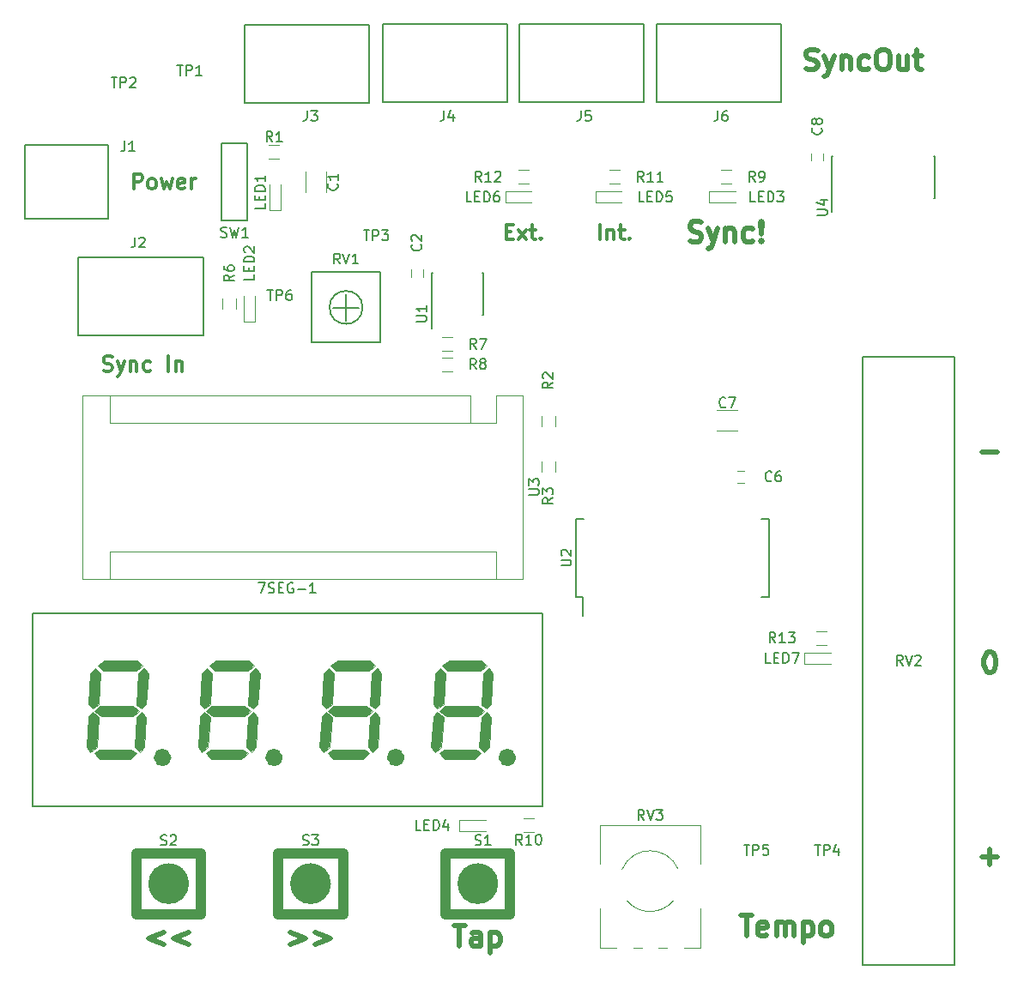
<source format=gto>
G04 #@! TF.GenerationSoftware,KiCad,Pcbnew,5.1.5*
G04 #@! TF.CreationDate,2019-12-29T16:55:21+09:00*
G04 #@! TF.ProjectId,Sync-chan,53796e63-2d63-4686-916e-2e6b69636164,rev?*
G04 #@! TF.SameCoordinates,Original*
G04 #@! TF.FileFunction,Legend,Top*
G04 #@! TF.FilePolarity,Positive*
%FSLAX46Y46*%
G04 Gerber Fmt 4.6, Leading zero omitted, Abs format (unit mm)*
G04 Created by KiCad (PCBNEW 5.1.5) date 2019-12-29 16:55:21*
%MOMM*%
%LPD*%
G04 APERTURE LIST*
%ADD10C,0.375000*%
%ADD11C,0.500000*%
%ADD12C,0.300000*%
%ADD13C,0.120000*%
%ADD14C,1.000000*%
%ADD15C,2.000000*%
%ADD16C,0.150000*%
%ADD17C,0.200000*%
%ADD18C,0.100000*%
G04 APERTURE END LIST*
D10*
X116535714Y-69178571D02*
X116535714Y-67678571D01*
X117107142Y-67678571D01*
X117250000Y-67750000D01*
X117321428Y-67821428D01*
X117392857Y-67964285D01*
X117392857Y-68178571D01*
X117321428Y-68321428D01*
X117250000Y-68392857D01*
X117107142Y-68464285D01*
X116535714Y-68464285D01*
X118250000Y-69178571D02*
X118107142Y-69107142D01*
X118035714Y-69035714D01*
X117964285Y-68892857D01*
X117964285Y-68464285D01*
X118035714Y-68321428D01*
X118107142Y-68250000D01*
X118250000Y-68178571D01*
X118464285Y-68178571D01*
X118607142Y-68250000D01*
X118678571Y-68321428D01*
X118750000Y-68464285D01*
X118750000Y-68892857D01*
X118678571Y-69035714D01*
X118607142Y-69107142D01*
X118464285Y-69178571D01*
X118250000Y-69178571D01*
X119250000Y-68178571D02*
X119535714Y-69178571D01*
X119821428Y-68464285D01*
X120107142Y-69178571D01*
X120392857Y-68178571D01*
X121535714Y-69107142D02*
X121392857Y-69178571D01*
X121107142Y-69178571D01*
X120964285Y-69107142D01*
X120892857Y-68964285D01*
X120892857Y-68392857D01*
X120964285Y-68250000D01*
X121107142Y-68178571D01*
X121392857Y-68178571D01*
X121535714Y-68250000D01*
X121607142Y-68392857D01*
X121607142Y-68535714D01*
X120892857Y-68678571D01*
X122250000Y-69178571D02*
X122250000Y-68178571D01*
X122250000Y-68464285D02*
X122321428Y-68321428D01*
X122392857Y-68250000D01*
X122535714Y-68178571D01*
X122678571Y-68178571D01*
X113571428Y-87107142D02*
X113785714Y-87178571D01*
X114142857Y-87178571D01*
X114285714Y-87107142D01*
X114357142Y-87035714D01*
X114428571Y-86892857D01*
X114428571Y-86750000D01*
X114357142Y-86607142D01*
X114285714Y-86535714D01*
X114142857Y-86464285D01*
X113857142Y-86392857D01*
X113714285Y-86321428D01*
X113642857Y-86250000D01*
X113571428Y-86107142D01*
X113571428Y-85964285D01*
X113642857Y-85821428D01*
X113714285Y-85750000D01*
X113857142Y-85678571D01*
X114214285Y-85678571D01*
X114428571Y-85750000D01*
X114928571Y-86178571D02*
X115285714Y-87178571D01*
X115642857Y-86178571D02*
X115285714Y-87178571D01*
X115142857Y-87535714D01*
X115071428Y-87607142D01*
X114928571Y-87678571D01*
X116214285Y-86178571D02*
X116214285Y-87178571D01*
X116214285Y-86321428D02*
X116285714Y-86250000D01*
X116428571Y-86178571D01*
X116642857Y-86178571D01*
X116785714Y-86250000D01*
X116857142Y-86392857D01*
X116857142Y-87178571D01*
X118214285Y-87107142D02*
X118071428Y-87178571D01*
X117785714Y-87178571D01*
X117642857Y-87107142D01*
X117571428Y-87035714D01*
X117500000Y-86892857D01*
X117500000Y-86464285D01*
X117571428Y-86321428D01*
X117642857Y-86250000D01*
X117785714Y-86178571D01*
X118071428Y-86178571D01*
X118214285Y-86250000D01*
X120000000Y-87178571D02*
X120000000Y-85678571D01*
X120714285Y-86178571D02*
X120714285Y-87178571D01*
X120714285Y-86321428D02*
X120785714Y-86250000D01*
X120928571Y-86178571D01*
X121142857Y-86178571D01*
X121285714Y-86250000D01*
X121357142Y-86392857D01*
X121357142Y-87178571D01*
D11*
X182880952Y-57309523D02*
X183166666Y-57404761D01*
X183642857Y-57404761D01*
X183833333Y-57309523D01*
X183928571Y-57214285D01*
X184023809Y-57023809D01*
X184023809Y-56833333D01*
X183928571Y-56642857D01*
X183833333Y-56547619D01*
X183642857Y-56452380D01*
X183261904Y-56357142D01*
X183071428Y-56261904D01*
X182976190Y-56166666D01*
X182880952Y-55976190D01*
X182880952Y-55785714D01*
X182976190Y-55595238D01*
X183071428Y-55500000D01*
X183261904Y-55404761D01*
X183738095Y-55404761D01*
X184023809Y-55500000D01*
X184690476Y-56071428D02*
X185166666Y-57404761D01*
X185642857Y-56071428D02*
X185166666Y-57404761D01*
X184976190Y-57880952D01*
X184880952Y-57976190D01*
X184690476Y-58071428D01*
X186404761Y-56071428D02*
X186404761Y-57404761D01*
X186404761Y-56261904D02*
X186500000Y-56166666D01*
X186690476Y-56071428D01*
X186976190Y-56071428D01*
X187166666Y-56166666D01*
X187261904Y-56357142D01*
X187261904Y-57404761D01*
X189071428Y-57309523D02*
X188880952Y-57404761D01*
X188500000Y-57404761D01*
X188309523Y-57309523D01*
X188214285Y-57214285D01*
X188119047Y-57023809D01*
X188119047Y-56452380D01*
X188214285Y-56261904D01*
X188309523Y-56166666D01*
X188500000Y-56071428D01*
X188880952Y-56071428D01*
X189071428Y-56166666D01*
X190309523Y-55404761D02*
X190690476Y-55404761D01*
X190880952Y-55500000D01*
X191071428Y-55690476D01*
X191166666Y-56071428D01*
X191166666Y-56738095D01*
X191071428Y-57119047D01*
X190880952Y-57309523D01*
X190690476Y-57404761D01*
X190309523Y-57404761D01*
X190119047Y-57309523D01*
X189928571Y-57119047D01*
X189833333Y-56738095D01*
X189833333Y-56071428D01*
X189928571Y-55690476D01*
X190119047Y-55500000D01*
X190309523Y-55404761D01*
X192880952Y-56071428D02*
X192880952Y-57404761D01*
X192023809Y-56071428D02*
X192023809Y-57119047D01*
X192119047Y-57309523D01*
X192309523Y-57404761D01*
X192595238Y-57404761D01*
X192785714Y-57309523D01*
X192880952Y-57214285D01*
X193547619Y-56071428D02*
X194309523Y-56071428D01*
X193833333Y-55404761D02*
X193833333Y-57119047D01*
X193928571Y-57309523D01*
X194119047Y-57404761D01*
X194309523Y-57404761D01*
X171428571Y-74309523D02*
X171714285Y-74404761D01*
X172190476Y-74404761D01*
X172380952Y-74309523D01*
X172476190Y-74214285D01*
X172571428Y-74023809D01*
X172571428Y-73833333D01*
X172476190Y-73642857D01*
X172380952Y-73547619D01*
X172190476Y-73452380D01*
X171809523Y-73357142D01*
X171619047Y-73261904D01*
X171523809Y-73166666D01*
X171428571Y-72976190D01*
X171428571Y-72785714D01*
X171523809Y-72595238D01*
X171619047Y-72500000D01*
X171809523Y-72404761D01*
X172285714Y-72404761D01*
X172571428Y-72500000D01*
X173238095Y-73071428D02*
X173714285Y-74404761D01*
X174190476Y-73071428D02*
X173714285Y-74404761D01*
X173523809Y-74880952D01*
X173428571Y-74976190D01*
X173238095Y-75071428D01*
X174952380Y-73071428D02*
X174952380Y-74404761D01*
X174952380Y-73261904D02*
X175047619Y-73166666D01*
X175238095Y-73071428D01*
X175523809Y-73071428D01*
X175714285Y-73166666D01*
X175809523Y-73357142D01*
X175809523Y-74404761D01*
X177619047Y-74309523D02*
X177428571Y-74404761D01*
X177047619Y-74404761D01*
X176857142Y-74309523D01*
X176761904Y-74214285D01*
X176666666Y-74023809D01*
X176666666Y-73452380D01*
X176761904Y-73261904D01*
X176857142Y-73166666D01*
X177047619Y-73071428D01*
X177428571Y-73071428D01*
X177619047Y-73166666D01*
X178476190Y-74214285D02*
X178571428Y-74309523D01*
X178476190Y-74404761D01*
X178380952Y-74309523D01*
X178476190Y-74214285D01*
X178476190Y-74404761D01*
X178476190Y-73642857D02*
X178380952Y-72500000D01*
X178476190Y-72404761D01*
X178571428Y-72500000D01*
X178476190Y-73642857D01*
X178476190Y-72404761D01*
D12*
X153285714Y-73392857D02*
X153785714Y-73392857D01*
X154000000Y-74178571D02*
X153285714Y-74178571D01*
X153285714Y-72678571D01*
X154000000Y-72678571D01*
X154500000Y-74178571D02*
X155285714Y-73178571D01*
X154500000Y-73178571D02*
X155285714Y-74178571D01*
X155642857Y-73178571D02*
X156214285Y-73178571D01*
X155857142Y-72678571D02*
X155857142Y-73964285D01*
X155928571Y-74107142D01*
X156071428Y-74178571D01*
X156214285Y-74178571D01*
X156714285Y-74035714D02*
X156785714Y-74107142D01*
X156714285Y-74178571D01*
X156642857Y-74107142D01*
X156714285Y-74035714D01*
X156714285Y-74178571D01*
X162535714Y-74178571D02*
X162535714Y-72678571D01*
X163250000Y-73178571D02*
X163250000Y-74178571D01*
X163250000Y-73321428D02*
X163321428Y-73250000D01*
X163464285Y-73178571D01*
X163678571Y-73178571D01*
X163821428Y-73250000D01*
X163892857Y-73392857D01*
X163892857Y-74178571D01*
X164392857Y-73178571D02*
X164964285Y-73178571D01*
X164607142Y-72678571D02*
X164607142Y-73964285D01*
X164678571Y-74107142D01*
X164821428Y-74178571D01*
X164964285Y-74178571D01*
X165464285Y-74035714D02*
X165535714Y-74107142D01*
X165464285Y-74178571D01*
X165392857Y-74107142D01*
X165464285Y-74035714D01*
X165464285Y-74178571D01*
D11*
X200238095Y-95142857D02*
X201761904Y-95142857D01*
X200904761Y-114904761D02*
X201095238Y-114904761D01*
X201285714Y-115000000D01*
X201380952Y-115095238D01*
X201476190Y-115285714D01*
X201571428Y-115666666D01*
X201571428Y-116142857D01*
X201476190Y-116523809D01*
X201380952Y-116714285D01*
X201285714Y-116809523D01*
X201095238Y-116904761D01*
X200904761Y-116904761D01*
X200714285Y-116809523D01*
X200619047Y-116714285D01*
X200523809Y-116523809D01*
X200428571Y-116142857D01*
X200428571Y-115666666D01*
X200523809Y-115285714D01*
X200619047Y-115095238D01*
X200714285Y-115000000D01*
X200904761Y-114904761D01*
X200238095Y-135142857D02*
X201761904Y-135142857D01*
X201000000Y-135904761D02*
X201000000Y-134380952D01*
X176428571Y-140904761D02*
X177571428Y-140904761D01*
X177000000Y-142904761D02*
X177000000Y-140904761D01*
X179000000Y-142809523D02*
X178809523Y-142904761D01*
X178428571Y-142904761D01*
X178238095Y-142809523D01*
X178142857Y-142619047D01*
X178142857Y-141857142D01*
X178238095Y-141666666D01*
X178428571Y-141571428D01*
X178809523Y-141571428D01*
X179000000Y-141666666D01*
X179095238Y-141857142D01*
X179095238Y-142047619D01*
X178142857Y-142238095D01*
X179952380Y-142904761D02*
X179952380Y-141571428D01*
X179952380Y-141761904D02*
X180047619Y-141666666D01*
X180238095Y-141571428D01*
X180523809Y-141571428D01*
X180714285Y-141666666D01*
X180809523Y-141857142D01*
X180809523Y-142904761D01*
X180809523Y-141857142D02*
X180904761Y-141666666D01*
X181095238Y-141571428D01*
X181380952Y-141571428D01*
X181571428Y-141666666D01*
X181666666Y-141857142D01*
X181666666Y-142904761D01*
X182619047Y-141571428D02*
X182619047Y-143571428D01*
X182619047Y-141666666D02*
X182809523Y-141571428D01*
X183190476Y-141571428D01*
X183380952Y-141666666D01*
X183476190Y-141761904D01*
X183571428Y-141952380D01*
X183571428Y-142523809D01*
X183476190Y-142714285D01*
X183380952Y-142809523D01*
X183190476Y-142904761D01*
X182809523Y-142904761D01*
X182619047Y-142809523D01*
X184714285Y-142904761D02*
X184523809Y-142809523D01*
X184428571Y-142714285D01*
X184333333Y-142523809D01*
X184333333Y-141952380D01*
X184428571Y-141761904D01*
X184523809Y-141666666D01*
X184714285Y-141571428D01*
X185000000Y-141571428D01*
X185190476Y-141666666D01*
X185285714Y-141761904D01*
X185380952Y-141952380D01*
X185380952Y-142523809D01*
X185285714Y-142714285D01*
X185190476Y-142809523D01*
X185000000Y-142904761D01*
X184714285Y-142904761D01*
X148119047Y-141904761D02*
X149261904Y-141904761D01*
X148690476Y-143904761D02*
X148690476Y-141904761D01*
X150785714Y-143904761D02*
X150785714Y-142857142D01*
X150690476Y-142666666D01*
X150500000Y-142571428D01*
X150119047Y-142571428D01*
X149928571Y-142666666D01*
X150785714Y-143809523D02*
X150595238Y-143904761D01*
X150119047Y-143904761D01*
X149928571Y-143809523D01*
X149833333Y-143619047D01*
X149833333Y-143428571D01*
X149928571Y-143238095D01*
X150119047Y-143142857D01*
X150595238Y-143142857D01*
X150785714Y-143047619D01*
X151738095Y-142571428D02*
X151738095Y-144571428D01*
X151738095Y-142666666D02*
X151928571Y-142571428D01*
X152309523Y-142571428D01*
X152500000Y-142666666D01*
X152595238Y-142761904D01*
X152690476Y-142952380D01*
X152690476Y-143523809D01*
X152595238Y-143714285D01*
X152500000Y-143809523D01*
X152309523Y-143904761D01*
X151928571Y-143904761D01*
X151738095Y-143809523D01*
X132000000Y-142571428D02*
X133523809Y-143142857D01*
X132000000Y-143714285D01*
X134476190Y-142571428D02*
X136000000Y-143142857D01*
X134476190Y-143714285D01*
X119523809Y-142571428D02*
X118000000Y-143142857D01*
X119523809Y-143714285D01*
X122000000Y-142571428D02*
X120476190Y-143142857D01*
X122000000Y-143714285D01*
D13*
X154940000Y-107640000D02*
X154940000Y-89600000D01*
X111500000Y-107640000D02*
X154940000Y-107640000D01*
X111500000Y-89600000D02*
X111500000Y-107640000D01*
X114170000Y-92270000D02*
X114170000Y-89600000D01*
X149730000Y-92270000D02*
X114170000Y-92270000D01*
X149730000Y-92270000D02*
X149730000Y-89600000D01*
X114170000Y-104970000D02*
X114170000Y-107640000D01*
X152270000Y-104970000D02*
X114170000Y-104970000D01*
X152270000Y-104970000D02*
X152270000Y-107640000D01*
X154940000Y-89600000D02*
X152270000Y-89600000D01*
X149730000Y-89600000D02*
X111500000Y-89600000D01*
X152270000Y-92270000D02*
X152270000Y-89600000D01*
X149730000Y-92270000D02*
X152270000Y-92270000D01*
X156770000Y-92600000D02*
X156770000Y-91600000D01*
X158130000Y-91600000D02*
X158130000Y-92600000D01*
X148700000Y-131450000D02*
X148700000Y-132550000D01*
X148700000Y-132550000D02*
X151300000Y-132550000D01*
X148700000Y-131450000D02*
X151300000Y-131450000D01*
X162100000Y-69450000D02*
X164700000Y-69450000D01*
X162100000Y-70550000D02*
X164700000Y-70550000D01*
X162100000Y-69450000D02*
X162100000Y-70550000D01*
X153200000Y-69450000D02*
X153200000Y-70550000D01*
X153200000Y-70550000D02*
X155800000Y-70550000D01*
X153200000Y-69450000D02*
X155800000Y-69450000D01*
D14*
X147300000Y-134750000D02*
X147300000Y-137750000D01*
X153700000Y-134750000D02*
X147300000Y-134750000D01*
X153700000Y-140800000D02*
X153700000Y-134750000D01*
X147300000Y-140800000D02*
X153700000Y-140800000D01*
X147300000Y-137750000D02*
X147300000Y-140800000D01*
D15*
X151500000Y-137750000D02*
G75*
G03X151500000Y-137750000I-1000000J0D01*
G01*
X121000000Y-137750000D02*
G75*
G03X121000000Y-137750000I-1000000J0D01*
G01*
D14*
X116800000Y-137750000D02*
X116800000Y-140800000D01*
X116800000Y-140800000D02*
X123200000Y-140800000D01*
X123200000Y-140800000D02*
X123200000Y-134750000D01*
X123200000Y-134750000D02*
X116800000Y-134750000D01*
X116800000Y-134750000D02*
X116800000Y-137750000D01*
D15*
X135000000Y-137750000D02*
G75*
G03X135000000Y-137750000I-1000000J0D01*
G01*
D14*
X130800000Y-137750000D02*
X130800000Y-140800000D01*
X130800000Y-140800000D02*
X137200000Y-140800000D01*
X137200000Y-140800000D02*
X137200000Y-134750000D01*
X137200000Y-134750000D02*
X130800000Y-134750000D01*
X130800000Y-134750000D02*
X130800000Y-137750000D01*
D13*
X133480000Y-67500000D02*
X133480000Y-69500000D01*
X135520000Y-69500000D02*
X135520000Y-67500000D01*
X145100000Y-77150000D02*
X145100000Y-77850000D01*
X143900000Y-77850000D02*
X143900000Y-77150000D01*
X176100000Y-97000000D02*
X176800000Y-97000000D01*
X176800000Y-98200000D02*
X176100000Y-98200000D01*
X176100000Y-91030000D02*
X174100000Y-91030000D01*
X174100000Y-93070000D02*
X176100000Y-93070000D01*
X183400000Y-66350000D02*
X183400000Y-65650000D01*
X184600000Y-65650000D02*
X184600000Y-66350000D01*
D16*
X114000000Y-68500000D02*
X114000000Y-64850000D01*
X114000000Y-68500000D02*
X114000000Y-72150000D01*
X114000000Y-72150000D02*
X105850000Y-72150000D01*
X105850000Y-72150000D02*
X105850000Y-64840000D01*
X105850000Y-64840000D02*
X114000000Y-64840000D01*
X111100000Y-83600000D02*
X111100000Y-75900000D01*
X123400000Y-83600000D02*
X111100000Y-83600000D01*
X123400000Y-75900000D02*
X123400000Y-83600000D01*
X111100000Y-75900000D02*
X123400000Y-75900000D01*
X127510000Y-52950000D02*
X139810000Y-52950000D01*
X139810000Y-52950000D02*
X139810000Y-60650000D01*
X139810000Y-60650000D02*
X127510000Y-60650000D01*
X127510000Y-60650000D02*
X127510000Y-52950000D01*
X141100000Y-52900000D02*
X153400000Y-52900000D01*
X153400000Y-52900000D02*
X153400000Y-60600000D01*
X153400000Y-60600000D02*
X141100000Y-60600000D01*
X141100000Y-60600000D02*
X141100000Y-52900000D01*
X154600000Y-60600000D02*
X154600000Y-52900000D01*
X166900000Y-60600000D02*
X154600000Y-60600000D01*
X166900000Y-52900000D02*
X166900000Y-60600000D01*
X154600000Y-52900000D02*
X166900000Y-52900000D01*
X168100000Y-52900000D02*
X180400000Y-52900000D01*
X180400000Y-52900000D02*
X180400000Y-60600000D01*
X180400000Y-60600000D02*
X168100000Y-60600000D01*
X168100000Y-60600000D02*
X168100000Y-52900000D01*
D13*
X129950000Y-71300000D02*
X131050000Y-71300000D01*
X131050000Y-71300000D02*
X131050000Y-68700000D01*
X129950000Y-71300000D02*
X129950000Y-68700000D01*
X127450000Y-82300000D02*
X127450000Y-79700000D01*
X128550000Y-82300000D02*
X128550000Y-79700000D01*
X127450000Y-82300000D02*
X128550000Y-82300000D01*
X173300000Y-69450000D02*
X175900000Y-69450000D01*
X173300000Y-70550000D02*
X175900000Y-70550000D01*
X173300000Y-69450000D02*
X173300000Y-70550000D01*
X182700000Y-114950000D02*
X182700000Y-116050000D01*
X182700000Y-116050000D02*
X185300000Y-116050000D01*
X182700000Y-114950000D02*
X185300000Y-114950000D01*
X130900000Y-66180000D02*
X129900000Y-66180000D01*
X129900000Y-64820000D02*
X130900000Y-64820000D01*
X156770000Y-97100000D02*
X156770000Y-96100000D01*
X158130000Y-96100000D02*
X158130000Y-97100000D01*
X125320000Y-81000000D02*
X125320000Y-80000000D01*
X126680000Y-80000000D02*
X126680000Y-81000000D01*
X147000000Y-83820000D02*
X148000000Y-83820000D01*
X148000000Y-85180000D02*
X147000000Y-85180000D01*
X148000000Y-87180000D02*
X147000000Y-87180000D01*
X147000000Y-85820000D02*
X148000000Y-85820000D01*
X174500000Y-67320000D02*
X175500000Y-67320000D01*
X175500000Y-68680000D02*
X174500000Y-68680000D01*
X155000000Y-131320000D02*
X156000000Y-131320000D01*
X156000000Y-132680000D02*
X155000000Y-132680000D01*
X164500000Y-68680000D02*
X163500000Y-68680000D01*
X163500000Y-67320000D02*
X164500000Y-67320000D01*
X154500000Y-67320000D02*
X155500000Y-67320000D01*
X155500000Y-68680000D02*
X154500000Y-68680000D01*
X183900000Y-112820000D02*
X184900000Y-112820000D01*
X184900000Y-114180000D02*
X183900000Y-114180000D01*
D16*
X193000000Y-145750000D02*
X197500000Y-145750000D01*
X197500000Y-145750000D02*
X197500000Y-85750000D01*
X197500000Y-85750000D02*
X188500000Y-85750000D01*
X188500000Y-85750000D02*
X188500000Y-145750000D01*
X188500000Y-145750000D02*
X193000000Y-145750000D01*
D13*
X164737568Y-136328018D02*
G75*
G02X170262000Y-136327000I2762432J-1171982D01*
G01*
X169797753Y-139428295D02*
G75*
G02X165202000Y-139428000I-2297753J1928295D01*
G01*
X162539000Y-144060000D02*
X162539000Y-140194000D01*
X162539000Y-135805000D02*
X162539000Y-131940000D01*
X172460000Y-144060000D02*
X172460000Y-140194000D01*
X172460000Y-135805000D02*
X172460000Y-131940000D01*
X162539000Y-144060000D02*
X164175000Y-144060000D01*
X165825000Y-144060000D02*
X166675000Y-144060000D01*
X168325000Y-144060000D02*
X169175000Y-144060000D01*
X170825000Y-144060000D02*
X172460000Y-144060000D01*
X162539000Y-131940000D02*
X172460000Y-131940000D01*
D16*
X125230000Y-64690000D02*
X127770000Y-64690000D01*
X127770000Y-64690000D02*
X127770000Y-72310000D01*
X127770000Y-72310000D02*
X125230000Y-72310000D01*
X125230000Y-72310000D02*
X125230000Y-64690000D01*
X145975000Y-81575000D02*
X145975000Y-82975000D01*
X151075000Y-81575000D02*
X151075000Y-77425000D01*
X145925000Y-81575000D02*
X145925000Y-77425000D01*
X151075000Y-81575000D02*
X150930000Y-81575000D01*
X151075000Y-77425000D02*
X150930000Y-77425000D01*
X145925000Y-77425000D02*
X146070000Y-77425000D01*
X145925000Y-81575000D02*
X145975000Y-81575000D01*
X185450000Y-70075000D02*
X185450000Y-71450000D01*
X195575000Y-70075000D02*
X195575000Y-65925000D01*
X185425000Y-70075000D02*
X185425000Y-65925000D01*
X195575000Y-70075000D02*
X195470000Y-70075000D01*
X195575000Y-65925000D02*
X195470000Y-65925000D01*
X185425000Y-65925000D02*
X185530000Y-65925000D01*
X185425000Y-70075000D02*
X185450000Y-70075000D01*
D17*
X140900000Y-84300000D02*
X140900000Y-77400000D01*
X140900000Y-77400000D02*
X134100000Y-77400000D01*
X134100000Y-77400000D02*
X134100000Y-84300000D01*
X134100000Y-84300000D02*
X140900000Y-84300000D01*
D16*
X139127882Y-80872118D02*
G75*
G03X139127882Y-80872118I-1627882J0D01*
G01*
X136200000Y-80900000D02*
X138800000Y-80900000D01*
X137500000Y-79600000D02*
X137500000Y-82200000D01*
X131700000Y-130100000D02*
X156850000Y-130100000D01*
X156850000Y-130100000D02*
X156850000Y-111100000D01*
X156850000Y-111100000D02*
X106550000Y-111100000D01*
X106550000Y-111100000D02*
X106550000Y-130100000D01*
X106550000Y-130100000D02*
X131700000Y-130100000D01*
D18*
G36*
X118000000Y-117000000D02*
G01*
X117600000Y-116500000D01*
X117000000Y-117000000D01*
X116850000Y-120100000D01*
X117350000Y-120500000D01*
X117800000Y-120000000D01*
X118000000Y-117000000D01*
G37*
X118000000Y-117000000D02*
X117600000Y-116500000D01*
X117000000Y-117000000D01*
X116850000Y-120100000D01*
X117350000Y-120500000D01*
X117800000Y-120000000D01*
X118000000Y-117000000D01*
G36*
X113300000Y-120200000D02*
G01*
X112700000Y-120700000D01*
X113400000Y-121200000D01*
X116500000Y-121200000D01*
X117100000Y-120700000D01*
X116500000Y-120200000D01*
X113300000Y-120200000D01*
G37*
X113300000Y-120200000D02*
X112700000Y-120700000D01*
X113400000Y-121200000D01*
X116500000Y-121200000D01*
X117100000Y-120700000D01*
X116500000Y-120200000D01*
X113300000Y-120200000D01*
G36*
X113200000Y-124500000D02*
G01*
X112700000Y-124900000D01*
X113200000Y-125500000D01*
X116200000Y-125500000D01*
X116800000Y-124900000D01*
X116350000Y-124500000D01*
X113200000Y-124500000D01*
G37*
X113200000Y-124500000D02*
X112700000Y-124900000D01*
X113200000Y-125500000D01*
X116200000Y-125500000D01*
X116800000Y-124900000D01*
X116350000Y-124500000D01*
X113200000Y-124500000D01*
G36*
X113700000Y-115700000D02*
G01*
X113000000Y-116200000D01*
X113500000Y-116700000D01*
X116800000Y-116700000D01*
X117400000Y-116200000D01*
X116900000Y-115700000D01*
X113700000Y-115700000D01*
G37*
X113700000Y-115700000D02*
X113000000Y-116200000D01*
X113500000Y-116700000D01*
X116800000Y-116700000D01*
X117400000Y-116200000D01*
X116900000Y-115700000D01*
X113700000Y-115700000D01*
G36*
X116650000Y-124300000D02*
G01*
X117150000Y-124800000D01*
X117600000Y-124300000D01*
X117800000Y-121300000D01*
X117350000Y-120800000D01*
X116850000Y-121300000D01*
X116650000Y-124300000D01*
G37*
X116650000Y-124300000D02*
X117150000Y-124800000D01*
X117600000Y-124300000D01*
X117800000Y-121300000D01*
X117350000Y-120800000D01*
X116850000Y-121300000D01*
X116650000Y-124300000D01*
G36*
X111900000Y-124300000D02*
G01*
X112300000Y-124800000D01*
X112900000Y-124300000D01*
X113100000Y-121300000D01*
X112500000Y-120800000D01*
X112100000Y-121300000D01*
X111900000Y-124300000D01*
G37*
X111900000Y-124300000D02*
X112300000Y-124800000D01*
X112900000Y-124300000D01*
X113100000Y-121300000D01*
X112500000Y-120800000D01*
X112100000Y-121300000D01*
X111900000Y-124300000D01*
D14*
X119760555Y-125300000D02*
G75*
G03X119760555Y-125300000I-360555J0D01*
G01*
D18*
G36*
X112100000Y-120000000D02*
G01*
X112500000Y-120500000D01*
X113100000Y-120000000D01*
X113300000Y-117000000D01*
X112800000Y-116500000D01*
X112300000Y-117000000D01*
X112100000Y-120000000D01*
G37*
X112100000Y-120000000D02*
X112500000Y-120500000D01*
X113100000Y-120000000D01*
X113300000Y-117000000D01*
X112800000Y-116500000D01*
X112300000Y-117000000D01*
X112100000Y-120000000D01*
G36*
X129000000Y-117000000D02*
G01*
X128600000Y-116500000D01*
X128000000Y-117000000D01*
X127850000Y-120100000D01*
X128350000Y-120500000D01*
X128800000Y-120000000D01*
X129000000Y-117000000D01*
G37*
X129000000Y-117000000D02*
X128600000Y-116500000D01*
X128000000Y-117000000D01*
X127850000Y-120100000D01*
X128350000Y-120500000D01*
X128800000Y-120000000D01*
X129000000Y-117000000D01*
G36*
X124300000Y-120200000D02*
G01*
X123700000Y-120700000D01*
X124400000Y-121200000D01*
X127500000Y-121200000D01*
X128100000Y-120700000D01*
X127500000Y-120200000D01*
X124300000Y-120200000D01*
G37*
X124300000Y-120200000D02*
X123700000Y-120700000D01*
X124400000Y-121200000D01*
X127500000Y-121200000D01*
X128100000Y-120700000D01*
X127500000Y-120200000D01*
X124300000Y-120200000D01*
G36*
X124200000Y-124500000D02*
G01*
X123700000Y-124900000D01*
X124200000Y-125500000D01*
X127200000Y-125500000D01*
X127800000Y-124900000D01*
X127350000Y-124500000D01*
X124200000Y-124500000D01*
G37*
X124200000Y-124500000D02*
X123700000Y-124900000D01*
X124200000Y-125500000D01*
X127200000Y-125500000D01*
X127800000Y-124900000D01*
X127350000Y-124500000D01*
X124200000Y-124500000D01*
G36*
X124700000Y-115700000D02*
G01*
X124000000Y-116200000D01*
X124500000Y-116700000D01*
X127800000Y-116700000D01*
X128400000Y-116200000D01*
X127900000Y-115700000D01*
X124700000Y-115700000D01*
G37*
X124700000Y-115700000D02*
X124000000Y-116200000D01*
X124500000Y-116700000D01*
X127800000Y-116700000D01*
X128400000Y-116200000D01*
X127900000Y-115700000D01*
X124700000Y-115700000D01*
G36*
X127650000Y-124300000D02*
G01*
X128150000Y-124800000D01*
X128600000Y-124300000D01*
X128800000Y-121300000D01*
X128350000Y-120800000D01*
X127850000Y-121300000D01*
X127650000Y-124300000D01*
G37*
X127650000Y-124300000D02*
X128150000Y-124800000D01*
X128600000Y-124300000D01*
X128800000Y-121300000D01*
X128350000Y-120800000D01*
X127850000Y-121300000D01*
X127650000Y-124300000D01*
G36*
X122900000Y-124300000D02*
G01*
X123300000Y-124800000D01*
X123900000Y-124300000D01*
X124100000Y-121300000D01*
X123500000Y-120800000D01*
X123100000Y-121300000D01*
X122900000Y-124300000D01*
G37*
X122900000Y-124300000D02*
X123300000Y-124800000D01*
X123900000Y-124300000D01*
X124100000Y-121300000D01*
X123500000Y-120800000D01*
X123100000Y-121300000D01*
X122900000Y-124300000D01*
D14*
X130760555Y-125300000D02*
G75*
G03X130760555Y-125300000I-360555J0D01*
G01*
D18*
G36*
X123100000Y-120000000D02*
G01*
X123500000Y-120500000D01*
X124100000Y-120000000D01*
X124300000Y-117000000D01*
X123800000Y-116500000D01*
X123300000Y-117000000D01*
X123100000Y-120000000D01*
G37*
X123100000Y-120000000D02*
X123500000Y-120500000D01*
X124100000Y-120000000D01*
X124300000Y-117000000D01*
X123800000Y-116500000D01*
X123300000Y-117000000D01*
X123100000Y-120000000D01*
G36*
X141000000Y-117000000D02*
G01*
X140600000Y-116500000D01*
X140000000Y-117000000D01*
X139850000Y-120100000D01*
X140350000Y-120500000D01*
X140800000Y-120000000D01*
X141000000Y-117000000D01*
G37*
X141000000Y-117000000D02*
X140600000Y-116500000D01*
X140000000Y-117000000D01*
X139850000Y-120100000D01*
X140350000Y-120500000D01*
X140800000Y-120000000D01*
X141000000Y-117000000D01*
G36*
X136300000Y-120200000D02*
G01*
X135700000Y-120700000D01*
X136400000Y-121200000D01*
X139500000Y-121200000D01*
X140100000Y-120700000D01*
X139500000Y-120200000D01*
X136300000Y-120200000D01*
G37*
X136300000Y-120200000D02*
X135700000Y-120700000D01*
X136400000Y-121200000D01*
X139500000Y-121200000D01*
X140100000Y-120700000D01*
X139500000Y-120200000D01*
X136300000Y-120200000D01*
G36*
X136200000Y-124500000D02*
G01*
X135700000Y-124900000D01*
X136200000Y-125500000D01*
X139200000Y-125500000D01*
X139800000Y-124900000D01*
X139350000Y-124500000D01*
X136200000Y-124500000D01*
G37*
X136200000Y-124500000D02*
X135700000Y-124900000D01*
X136200000Y-125500000D01*
X139200000Y-125500000D01*
X139800000Y-124900000D01*
X139350000Y-124500000D01*
X136200000Y-124500000D01*
G36*
X136700000Y-115700000D02*
G01*
X136000000Y-116200000D01*
X136500000Y-116700000D01*
X139800000Y-116700000D01*
X140400000Y-116200000D01*
X139900000Y-115700000D01*
X136700000Y-115700000D01*
G37*
X136700000Y-115700000D02*
X136000000Y-116200000D01*
X136500000Y-116700000D01*
X139800000Y-116700000D01*
X140400000Y-116200000D01*
X139900000Y-115700000D01*
X136700000Y-115700000D01*
G36*
X139650000Y-124300000D02*
G01*
X140150000Y-124800000D01*
X140600000Y-124300000D01*
X140800000Y-121300000D01*
X140350000Y-120800000D01*
X139850000Y-121300000D01*
X139650000Y-124300000D01*
G37*
X139650000Y-124300000D02*
X140150000Y-124800000D01*
X140600000Y-124300000D01*
X140800000Y-121300000D01*
X140350000Y-120800000D01*
X139850000Y-121300000D01*
X139650000Y-124300000D01*
G36*
X134900000Y-124300000D02*
G01*
X135300000Y-124800000D01*
X135900000Y-124300000D01*
X136100000Y-121300000D01*
X135500000Y-120800000D01*
X135100000Y-121300000D01*
X134900000Y-124300000D01*
G37*
X134900000Y-124300000D02*
X135300000Y-124800000D01*
X135900000Y-124300000D01*
X136100000Y-121300000D01*
X135500000Y-120800000D01*
X135100000Y-121300000D01*
X134900000Y-124300000D01*
D14*
X142760555Y-125300000D02*
G75*
G03X142760555Y-125300000I-360555J0D01*
G01*
D18*
G36*
X135100000Y-120000000D02*
G01*
X135500000Y-120500000D01*
X136100000Y-120000000D01*
X136300000Y-117000000D01*
X135800000Y-116500000D01*
X135300000Y-117000000D01*
X135100000Y-120000000D01*
G37*
X135100000Y-120000000D02*
X135500000Y-120500000D01*
X136100000Y-120000000D01*
X136300000Y-117000000D01*
X135800000Y-116500000D01*
X135300000Y-117000000D01*
X135100000Y-120000000D01*
G36*
X152000000Y-117000000D02*
G01*
X151600000Y-116500000D01*
X151000000Y-117000000D01*
X150850000Y-120100000D01*
X151350000Y-120500000D01*
X151800000Y-120000000D01*
X152000000Y-117000000D01*
G37*
X152000000Y-117000000D02*
X151600000Y-116500000D01*
X151000000Y-117000000D01*
X150850000Y-120100000D01*
X151350000Y-120500000D01*
X151800000Y-120000000D01*
X152000000Y-117000000D01*
G36*
X147300000Y-120200000D02*
G01*
X146700000Y-120700000D01*
X147400000Y-121200000D01*
X150500000Y-121200000D01*
X151100000Y-120700000D01*
X150500000Y-120200000D01*
X147300000Y-120200000D01*
G37*
X147300000Y-120200000D02*
X146700000Y-120700000D01*
X147400000Y-121200000D01*
X150500000Y-121200000D01*
X151100000Y-120700000D01*
X150500000Y-120200000D01*
X147300000Y-120200000D01*
G36*
X147200000Y-124500000D02*
G01*
X146700000Y-124900000D01*
X147200000Y-125500000D01*
X150200000Y-125500000D01*
X150800000Y-124900000D01*
X150350000Y-124500000D01*
X147200000Y-124500000D01*
G37*
X147200000Y-124500000D02*
X146700000Y-124900000D01*
X147200000Y-125500000D01*
X150200000Y-125500000D01*
X150800000Y-124900000D01*
X150350000Y-124500000D01*
X147200000Y-124500000D01*
G36*
X147700000Y-115700000D02*
G01*
X147000000Y-116200000D01*
X147500000Y-116700000D01*
X150800000Y-116700000D01*
X151400000Y-116200000D01*
X150900000Y-115700000D01*
X147700000Y-115700000D01*
G37*
X147700000Y-115700000D02*
X147000000Y-116200000D01*
X147500000Y-116700000D01*
X150800000Y-116700000D01*
X151400000Y-116200000D01*
X150900000Y-115700000D01*
X147700000Y-115700000D01*
G36*
X150650000Y-124300000D02*
G01*
X151150000Y-124800000D01*
X151600000Y-124300000D01*
X151800000Y-121300000D01*
X151350000Y-120800000D01*
X150850000Y-121300000D01*
X150650000Y-124300000D01*
G37*
X150650000Y-124300000D02*
X151150000Y-124800000D01*
X151600000Y-124300000D01*
X151800000Y-121300000D01*
X151350000Y-120800000D01*
X150850000Y-121300000D01*
X150650000Y-124300000D01*
G36*
X145900000Y-124300000D02*
G01*
X146300000Y-124800000D01*
X146900000Y-124300000D01*
X147100000Y-121300000D01*
X146500000Y-120800000D01*
X146100000Y-121300000D01*
X145900000Y-124300000D01*
G37*
X145900000Y-124300000D02*
X146300000Y-124800000D01*
X146900000Y-124300000D01*
X147100000Y-121300000D01*
X146500000Y-120800000D01*
X146100000Y-121300000D01*
X145900000Y-124300000D01*
D14*
X153760555Y-125300000D02*
G75*
G03X153760555Y-125300000I-360555J0D01*
G01*
D18*
G36*
X146100000Y-120000000D02*
G01*
X146500000Y-120500000D01*
X147100000Y-120000000D01*
X147300000Y-117000000D01*
X146800000Y-116500000D01*
X146300000Y-117000000D01*
X146100000Y-120000000D01*
G37*
X146100000Y-120000000D02*
X146500000Y-120500000D01*
X147100000Y-120000000D01*
X147300000Y-117000000D01*
X146800000Y-116500000D01*
X146300000Y-117000000D01*
X146100000Y-120000000D01*
D16*
X160825000Y-109475000D02*
X160825000Y-111300000D01*
X179225000Y-109475000D02*
X179225000Y-101725000D01*
X160175000Y-109475000D02*
X160175000Y-101725000D01*
X179225000Y-109475000D02*
X178480000Y-109475000D01*
X179225000Y-101725000D02*
X178480000Y-101725000D01*
X160175000Y-101725000D02*
X160920000Y-101725000D01*
X160175000Y-109475000D02*
X160825000Y-109475000D01*
X155532380Y-99381904D02*
X156341904Y-99381904D01*
X156437142Y-99334285D01*
X156484761Y-99286666D01*
X156532380Y-99191428D01*
X156532380Y-99000952D01*
X156484761Y-98905714D01*
X156437142Y-98858095D01*
X156341904Y-98810476D01*
X155532380Y-98810476D01*
X155532380Y-98429523D02*
X155532380Y-97810476D01*
X155913333Y-98143809D01*
X155913333Y-98000952D01*
X155960952Y-97905714D01*
X156008571Y-97858095D01*
X156103809Y-97810476D01*
X156341904Y-97810476D01*
X156437142Y-97858095D01*
X156484761Y-97905714D01*
X156532380Y-98000952D01*
X156532380Y-98286666D01*
X156484761Y-98381904D01*
X156437142Y-98429523D01*
X157902380Y-88266666D02*
X157426190Y-88600000D01*
X157902380Y-88838095D02*
X156902380Y-88838095D01*
X156902380Y-88457142D01*
X156950000Y-88361904D01*
X156997619Y-88314285D01*
X157092857Y-88266666D01*
X157235714Y-88266666D01*
X157330952Y-88314285D01*
X157378571Y-88361904D01*
X157426190Y-88457142D01*
X157426190Y-88838095D01*
X156997619Y-87885714D02*
X156950000Y-87838095D01*
X156902380Y-87742857D01*
X156902380Y-87504761D01*
X156950000Y-87409523D01*
X156997619Y-87361904D01*
X157092857Y-87314285D01*
X157188095Y-87314285D01*
X157330952Y-87361904D01*
X157902380Y-87933333D01*
X157902380Y-87314285D01*
X144880952Y-132452380D02*
X144404761Y-132452380D01*
X144404761Y-131452380D01*
X145214285Y-131928571D02*
X145547619Y-131928571D01*
X145690476Y-132452380D02*
X145214285Y-132452380D01*
X145214285Y-131452380D01*
X145690476Y-131452380D01*
X146119047Y-132452380D02*
X146119047Y-131452380D01*
X146357142Y-131452380D01*
X146500000Y-131500000D01*
X146595238Y-131595238D01*
X146642857Y-131690476D01*
X146690476Y-131880952D01*
X146690476Y-132023809D01*
X146642857Y-132214285D01*
X146595238Y-132309523D01*
X146500000Y-132404761D01*
X146357142Y-132452380D01*
X146119047Y-132452380D01*
X147547619Y-131785714D02*
X147547619Y-132452380D01*
X147309523Y-131404761D02*
X147071428Y-132119047D01*
X147690476Y-132119047D01*
X166880952Y-70452380D02*
X166404761Y-70452380D01*
X166404761Y-69452380D01*
X167214285Y-69928571D02*
X167547619Y-69928571D01*
X167690476Y-70452380D02*
X167214285Y-70452380D01*
X167214285Y-69452380D01*
X167690476Y-69452380D01*
X168119047Y-70452380D02*
X168119047Y-69452380D01*
X168357142Y-69452380D01*
X168500000Y-69500000D01*
X168595238Y-69595238D01*
X168642857Y-69690476D01*
X168690476Y-69880952D01*
X168690476Y-70023809D01*
X168642857Y-70214285D01*
X168595238Y-70309523D01*
X168500000Y-70404761D01*
X168357142Y-70452380D01*
X168119047Y-70452380D01*
X169595238Y-69452380D02*
X169119047Y-69452380D01*
X169071428Y-69928571D01*
X169119047Y-69880952D01*
X169214285Y-69833333D01*
X169452380Y-69833333D01*
X169547619Y-69880952D01*
X169595238Y-69928571D01*
X169642857Y-70023809D01*
X169642857Y-70261904D01*
X169595238Y-70357142D01*
X169547619Y-70404761D01*
X169452380Y-70452380D01*
X169214285Y-70452380D01*
X169119047Y-70404761D01*
X169071428Y-70357142D01*
X149880952Y-70452380D02*
X149404761Y-70452380D01*
X149404761Y-69452380D01*
X150214285Y-69928571D02*
X150547619Y-69928571D01*
X150690476Y-70452380D02*
X150214285Y-70452380D01*
X150214285Y-69452380D01*
X150690476Y-69452380D01*
X151119047Y-70452380D02*
X151119047Y-69452380D01*
X151357142Y-69452380D01*
X151500000Y-69500000D01*
X151595238Y-69595238D01*
X151642857Y-69690476D01*
X151690476Y-69880952D01*
X151690476Y-70023809D01*
X151642857Y-70214285D01*
X151595238Y-70309523D01*
X151500000Y-70404761D01*
X151357142Y-70452380D01*
X151119047Y-70452380D01*
X152547619Y-69452380D02*
X152357142Y-69452380D01*
X152261904Y-69500000D01*
X152214285Y-69547619D01*
X152119047Y-69690476D01*
X152071428Y-69880952D01*
X152071428Y-70261904D01*
X152119047Y-70357142D01*
X152166666Y-70404761D01*
X152261904Y-70452380D01*
X152452380Y-70452380D01*
X152547619Y-70404761D01*
X152595238Y-70357142D01*
X152642857Y-70261904D01*
X152642857Y-70023809D01*
X152595238Y-69928571D01*
X152547619Y-69880952D01*
X152452380Y-69833333D01*
X152261904Y-69833333D01*
X152166666Y-69880952D01*
X152119047Y-69928571D01*
X152071428Y-70023809D01*
X150238095Y-133904761D02*
X150380952Y-133952380D01*
X150619047Y-133952380D01*
X150714285Y-133904761D01*
X150761904Y-133857142D01*
X150809523Y-133761904D01*
X150809523Y-133666666D01*
X150761904Y-133571428D01*
X150714285Y-133523809D01*
X150619047Y-133476190D01*
X150428571Y-133428571D01*
X150333333Y-133380952D01*
X150285714Y-133333333D01*
X150238095Y-133238095D01*
X150238095Y-133142857D01*
X150285714Y-133047619D01*
X150333333Y-133000000D01*
X150428571Y-132952380D01*
X150666666Y-132952380D01*
X150809523Y-133000000D01*
X151761904Y-133952380D02*
X151190476Y-133952380D01*
X151476190Y-133952380D02*
X151476190Y-132952380D01*
X151380952Y-133095238D01*
X151285714Y-133190476D01*
X151190476Y-133238095D01*
X119238095Y-133904761D02*
X119380952Y-133952380D01*
X119619047Y-133952380D01*
X119714285Y-133904761D01*
X119761904Y-133857142D01*
X119809523Y-133761904D01*
X119809523Y-133666666D01*
X119761904Y-133571428D01*
X119714285Y-133523809D01*
X119619047Y-133476190D01*
X119428571Y-133428571D01*
X119333333Y-133380952D01*
X119285714Y-133333333D01*
X119238095Y-133238095D01*
X119238095Y-133142857D01*
X119285714Y-133047619D01*
X119333333Y-133000000D01*
X119428571Y-132952380D01*
X119666666Y-132952380D01*
X119809523Y-133000000D01*
X120190476Y-133047619D02*
X120238095Y-133000000D01*
X120333333Y-132952380D01*
X120571428Y-132952380D01*
X120666666Y-133000000D01*
X120714285Y-133047619D01*
X120761904Y-133142857D01*
X120761904Y-133238095D01*
X120714285Y-133380952D01*
X120142857Y-133952380D01*
X120761904Y-133952380D01*
X133238095Y-133904761D02*
X133380952Y-133952380D01*
X133619047Y-133952380D01*
X133714285Y-133904761D01*
X133761904Y-133857142D01*
X133809523Y-133761904D01*
X133809523Y-133666666D01*
X133761904Y-133571428D01*
X133714285Y-133523809D01*
X133619047Y-133476190D01*
X133428571Y-133428571D01*
X133333333Y-133380952D01*
X133285714Y-133333333D01*
X133238095Y-133238095D01*
X133238095Y-133142857D01*
X133285714Y-133047619D01*
X133333333Y-133000000D01*
X133428571Y-132952380D01*
X133666666Y-132952380D01*
X133809523Y-133000000D01*
X134142857Y-132952380D02*
X134761904Y-132952380D01*
X134428571Y-133333333D01*
X134571428Y-133333333D01*
X134666666Y-133380952D01*
X134714285Y-133428571D01*
X134761904Y-133523809D01*
X134761904Y-133761904D01*
X134714285Y-133857142D01*
X134666666Y-133904761D01*
X134571428Y-133952380D01*
X134285714Y-133952380D01*
X134190476Y-133904761D01*
X134142857Y-133857142D01*
X176738095Y-133912380D02*
X177309523Y-133912380D01*
X177023809Y-134912380D02*
X177023809Y-133912380D01*
X177642857Y-134912380D02*
X177642857Y-133912380D01*
X178023809Y-133912380D01*
X178119047Y-133960000D01*
X178166666Y-134007619D01*
X178214285Y-134102857D01*
X178214285Y-134245714D01*
X178166666Y-134340952D01*
X178119047Y-134388571D01*
X178023809Y-134436190D01*
X177642857Y-134436190D01*
X179119047Y-133912380D02*
X178642857Y-133912380D01*
X178595238Y-134388571D01*
X178642857Y-134340952D01*
X178738095Y-134293333D01*
X178976190Y-134293333D01*
X179071428Y-134340952D01*
X179119047Y-134388571D01*
X179166666Y-134483809D01*
X179166666Y-134721904D01*
X179119047Y-134817142D01*
X179071428Y-134864761D01*
X178976190Y-134912380D01*
X178738095Y-134912380D01*
X178642857Y-134864761D01*
X178595238Y-134817142D01*
X136607142Y-68666666D02*
X136654761Y-68714285D01*
X136702380Y-68857142D01*
X136702380Y-68952380D01*
X136654761Y-69095238D01*
X136559523Y-69190476D01*
X136464285Y-69238095D01*
X136273809Y-69285714D01*
X136130952Y-69285714D01*
X135940476Y-69238095D01*
X135845238Y-69190476D01*
X135750000Y-69095238D01*
X135702380Y-68952380D01*
X135702380Y-68857142D01*
X135750000Y-68714285D01*
X135797619Y-68666666D01*
X136702380Y-67714285D02*
X136702380Y-68285714D01*
X136702380Y-68000000D02*
X135702380Y-68000000D01*
X135845238Y-68095238D01*
X135940476Y-68190476D01*
X135988095Y-68285714D01*
X144857142Y-74666666D02*
X144904761Y-74714285D01*
X144952380Y-74857142D01*
X144952380Y-74952380D01*
X144904761Y-75095238D01*
X144809523Y-75190476D01*
X144714285Y-75238095D01*
X144523809Y-75285714D01*
X144380952Y-75285714D01*
X144190476Y-75238095D01*
X144095238Y-75190476D01*
X144000000Y-75095238D01*
X143952380Y-74952380D01*
X143952380Y-74857142D01*
X144000000Y-74714285D01*
X144047619Y-74666666D01*
X144047619Y-74285714D02*
X144000000Y-74238095D01*
X143952380Y-74142857D01*
X143952380Y-73904761D01*
X144000000Y-73809523D01*
X144047619Y-73761904D01*
X144142857Y-73714285D01*
X144238095Y-73714285D01*
X144380952Y-73761904D01*
X144952380Y-74333333D01*
X144952380Y-73714285D01*
X179483333Y-97957142D02*
X179435714Y-98004761D01*
X179292857Y-98052380D01*
X179197619Y-98052380D01*
X179054761Y-98004761D01*
X178959523Y-97909523D01*
X178911904Y-97814285D01*
X178864285Y-97623809D01*
X178864285Y-97480952D01*
X178911904Y-97290476D01*
X178959523Y-97195238D01*
X179054761Y-97100000D01*
X179197619Y-97052380D01*
X179292857Y-97052380D01*
X179435714Y-97100000D01*
X179483333Y-97147619D01*
X180340476Y-97052380D02*
X180150000Y-97052380D01*
X180054761Y-97100000D01*
X180007142Y-97147619D01*
X179911904Y-97290476D01*
X179864285Y-97480952D01*
X179864285Y-97861904D01*
X179911904Y-97957142D01*
X179959523Y-98004761D01*
X180054761Y-98052380D01*
X180245238Y-98052380D01*
X180340476Y-98004761D01*
X180388095Y-97957142D01*
X180435714Y-97861904D01*
X180435714Y-97623809D01*
X180388095Y-97528571D01*
X180340476Y-97480952D01*
X180245238Y-97433333D01*
X180054761Y-97433333D01*
X179959523Y-97480952D01*
X179911904Y-97528571D01*
X179864285Y-97623809D01*
X174933333Y-90657142D02*
X174885714Y-90704761D01*
X174742857Y-90752380D01*
X174647619Y-90752380D01*
X174504761Y-90704761D01*
X174409523Y-90609523D01*
X174361904Y-90514285D01*
X174314285Y-90323809D01*
X174314285Y-90180952D01*
X174361904Y-89990476D01*
X174409523Y-89895238D01*
X174504761Y-89800000D01*
X174647619Y-89752380D01*
X174742857Y-89752380D01*
X174885714Y-89800000D01*
X174933333Y-89847619D01*
X175266666Y-89752380D02*
X175933333Y-89752380D01*
X175504761Y-90752380D01*
X184357142Y-63166666D02*
X184404761Y-63214285D01*
X184452380Y-63357142D01*
X184452380Y-63452380D01*
X184404761Y-63595238D01*
X184309523Y-63690476D01*
X184214285Y-63738095D01*
X184023809Y-63785714D01*
X183880952Y-63785714D01*
X183690476Y-63738095D01*
X183595238Y-63690476D01*
X183500000Y-63595238D01*
X183452380Y-63452380D01*
X183452380Y-63357142D01*
X183500000Y-63214285D01*
X183547619Y-63166666D01*
X183880952Y-62595238D02*
X183833333Y-62690476D01*
X183785714Y-62738095D01*
X183690476Y-62785714D01*
X183642857Y-62785714D01*
X183547619Y-62738095D01*
X183500000Y-62690476D01*
X183452380Y-62595238D01*
X183452380Y-62404761D01*
X183500000Y-62309523D01*
X183547619Y-62261904D01*
X183642857Y-62214285D01*
X183690476Y-62214285D01*
X183785714Y-62261904D01*
X183833333Y-62309523D01*
X183880952Y-62404761D01*
X183880952Y-62595238D01*
X183928571Y-62690476D01*
X183976190Y-62738095D01*
X184071428Y-62785714D01*
X184261904Y-62785714D01*
X184357142Y-62738095D01*
X184404761Y-62690476D01*
X184452380Y-62595238D01*
X184452380Y-62404761D01*
X184404761Y-62309523D01*
X184357142Y-62261904D01*
X184261904Y-62214285D01*
X184071428Y-62214285D01*
X183976190Y-62261904D01*
X183928571Y-62309523D01*
X183880952Y-62404761D01*
X115666666Y-64452380D02*
X115666666Y-65166666D01*
X115619047Y-65309523D01*
X115523809Y-65404761D01*
X115380952Y-65452380D01*
X115285714Y-65452380D01*
X116666666Y-65452380D02*
X116095238Y-65452380D01*
X116380952Y-65452380D02*
X116380952Y-64452380D01*
X116285714Y-64595238D01*
X116190476Y-64690476D01*
X116095238Y-64738095D01*
X116666666Y-73952380D02*
X116666666Y-74666666D01*
X116619047Y-74809523D01*
X116523809Y-74904761D01*
X116380952Y-74952380D01*
X116285714Y-74952380D01*
X117095238Y-74047619D02*
X117142857Y-74000000D01*
X117238095Y-73952380D01*
X117476190Y-73952380D01*
X117571428Y-74000000D01*
X117619047Y-74047619D01*
X117666666Y-74142857D01*
X117666666Y-74238095D01*
X117619047Y-74380952D01*
X117047619Y-74952380D01*
X117666666Y-74952380D01*
X133666666Y-61452380D02*
X133666666Y-62166666D01*
X133619047Y-62309523D01*
X133523809Y-62404761D01*
X133380952Y-62452380D01*
X133285714Y-62452380D01*
X134047619Y-61452380D02*
X134666666Y-61452380D01*
X134333333Y-61833333D01*
X134476190Y-61833333D01*
X134571428Y-61880952D01*
X134619047Y-61928571D01*
X134666666Y-62023809D01*
X134666666Y-62261904D01*
X134619047Y-62357142D01*
X134571428Y-62404761D01*
X134476190Y-62452380D01*
X134190476Y-62452380D01*
X134095238Y-62404761D01*
X134047619Y-62357142D01*
X147166666Y-61452380D02*
X147166666Y-62166666D01*
X147119047Y-62309523D01*
X147023809Y-62404761D01*
X146880952Y-62452380D01*
X146785714Y-62452380D01*
X148071428Y-61785714D02*
X148071428Y-62452380D01*
X147833333Y-61404761D02*
X147595238Y-62119047D01*
X148214285Y-62119047D01*
X160666666Y-61452380D02*
X160666666Y-62166666D01*
X160619047Y-62309523D01*
X160523809Y-62404761D01*
X160380952Y-62452380D01*
X160285714Y-62452380D01*
X161619047Y-61452380D02*
X161142857Y-61452380D01*
X161095238Y-61928571D01*
X161142857Y-61880952D01*
X161238095Y-61833333D01*
X161476190Y-61833333D01*
X161571428Y-61880952D01*
X161619047Y-61928571D01*
X161666666Y-62023809D01*
X161666666Y-62261904D01*
X161619047Y-62357142D01*
X161571428Y-62404761D01*
X161476190Y-62452380D01*
X161238095Y-62452380D01*
X161142857Y-62404761D01*
X161095238Y-62357142D01*
X174166666Y-61452380D02*
X174166666Y-62166666D01*
X174119047Y-62309523D01*
X174023809Y-62404761D01*
X173880952Y-62452380D01*
X173785714Y-62452380D01*
X175071428Y-61452380D02*
X174880952Y-61452380D01*
X174785714Y-61500000D01*
X174738095Y-61547619D01*
X174642857Y-61690476D01*
X174595238Y-61880952D01*
X174595238Y-62261904D01*
X174642857Y-62357142D01*
X174690476Y-62404761D01*
X174785714Y-62452380D01*
X174976190Y-62452380D01*
X175071428Y-62404761D01*
X175119047Y-62357142D01*
X175166666Y-62261904D01*
X175166666Y-62023809D01*
X175119047Y-61928571D01*
X175071428Y-61880952D01*
X174976190Y-61833333D01*
X174785714Y-61833333D01*
X174690476Y-61880952D01*
X174642857Y-61928571D01*
X174595238Y-62023809D01*
X129502380Y-70619047D02*
X129502380Y-71095238D01*
X128502380Y-71095238D01*
X128978571Y-70285714D02*
X128978571Y-69952380D01*
X129502380Y-69809523D02*
X129502380Y-70285714D01*
X128502380Y-70285714D01*
X128502380Y-69809523D01*
X129502380Y-69380952D02*
X128502380Y-69380952D01*
X128502380Y-69142857D01*
X128550000Y-69000000D01*
X128645238Y-68904761D01*
X128740476Y-68857142D01*
X128930952Y-68809523D01*
X129073809Y-68809523D01*
X129264285Y-68857142D01*
X129359523Y-68904761D01*
X129454761Y-69000000D01*
X129502380Y-69142857D01*
X129502380Y-69380952D01*
X129502380Y-67857142D02*
X129502380Y-68428571D01*
X129502380Y-68142857D02*
X128502380Y-68142857D01*
X128645238Y-68238095D01*
X128740476Y-68333333D01*
X128788095Y-68428571D01*
X128452380Y-77619047D02*
X128452380Y-78095238D01*
X127452380Y-78095238D01*
X127928571Y-77285714D02*
X127928571Y-76952380D01*
X128452380Y-76809523D02*
X128452380Y-77285714D01*
X127452380Y-77285714D01*
X127452380Y-76809523D01*
X128452380Y-76380952D02*
X127452380Y-76380952D01*
X127452380Y-76142857D01*
X127500000Y-76000000D01*
X127595238Y-75904761D01*
X127690476Y-75857142D01*
X127880952Y-75809523D01*
X128023809Y-75809523D01*
X128214285Y-75857142D01*
X128309523Y-75904761D01*
X128404761Y-76000000D01*
X128452380Y-76142857D01*
X128452380Y-76380952D01*
X127547619Y-75428571D02*
X127500000Y-75380952D01*
X127452380Y-75285714D01*
X127452380Y-75047619D01*
X127500000Y-74952380D01*
X127547619Y-74904761D01*
X127642857Y-74857142D01*
X127738095Y-74857142D01*
X127880952Y-74904761D01*
X128452380Y-75476190D01*
X128452380Y-74857142D01*
X177880952Y-70452380D02*
X177404761Y-70452380D01*
X177404761Y-69452380D01*
X178214285Y-69928571D02*
X178547619Y-69928571D01*
X178690476Y-70452380D02*
X178214285Y-70452380D01*
X178214285Y-69452380D01*
X178690476Y-69452380D01*
X179119047Y-70452380D02*
X179119047Y-69452380D01*
X179357142Y-69452380D01*
X179500000Y-69500000D01*
X179595238Y-69595238D01*
X179642857Y-69690476D01*
X179690476Y-69880952D01*
X179690476Y-70023809D01*
X179642857Y-70214285D01*
X179595238Y-70309523D01*
X179500000Y-70404761D01*
X179357142Y-70452380D01*
X179119047Y-70452380D01*
X180023809Y-69452380D02*
X180642857Y-69452380D01*
X180309523Y-69833333D01*
X180452380Y-69833333D01*
X180547619Y-69880952D01*
X180595238Y-69928571D01*
X180642857Y-70023809D01*
X180642857Y-70261904D01*
X180595238Y-70357142D01*
X180547619Y-70404761D01*
X180452380Y-70452380D01*
X180166666Y-70452380D01*
X180071428Y-70404761D01*
X180023809Y-70357142D01*
X179380952Y-115952380D02*
X178904761Y-115952380D01*
X178904761Y-114952380D01*
X179714285Y-115428571D02*
X180047619Y-115428571D01*
X180190476Y-115952380D02*
X179714285Y-115952380D01*
X179714285Y-114952380D01*
X180190476Y-114952380D01*
X180619047Y-115952380D02*
X180619047Y-114952380D01*
X180857142Y-114952380D01*
X181000000Y-115000000D01*
X181095238Y-115095238D01*
X181142857Y-115190476D01*
X181190476Y-115380952D01*
X181190476Y-115523809D01*
X181142857Y-115714285D01*
X181095238Y-115809523D01*
X181000000Y-115904761D01*
X180857142Y-115952380D01*
X180619047Y-115952380D01*
X181523809Y-114952380D02*
X182190476Y-114952380D01*
X181761904Y-115952380D01*
X130233333Y-64502380D02*
X129900000Y-64026190D01*
X129661904Y-64502380D02*
X129661904Y-63502380D01*
X130042857Y-63502380D01*
X130138095Y-63550000D01*
X130185714Y-63597619D01*
X130233333Y-63692857D01*
X130233333Y-63835714D01*
X130185714Y-63930952D01*
X130138095Y-63978571D01*
X130042857Y-64026190D01*
X129661904Y-64026190D01*
X131185714Y-64502380D02*
X130614285Y-64502380D01*
X130900000Y-64502380D02*
X130900000Y-63502380D01*
X130804761Y-63645238D01*
X130709523Y-63740476D01*
X130614285Y-63788095D01*
X157902380Y-99666666D02*
X157426190Y-100000000D01*
X157902380Y-100238095D02*
X156902380Y-100238095D01*
X156902380Y-99857142D01*
X156950000Y-99761904D01*
X156997619Y-99714285D01*
X157092857Y-99666666D01*
X157235714Y-99666666D01*
X157330952Y-99714285D01*
X157378571Y-99761904D01*
X157426190Y-99857142D01*
X157426190Y-100238095D01*
X156902380Y-99333333D02*
X156902380Y-98714285D01*
X157283333Y-99047619D01*
X157283333Y-98904761D01*
X157330952Y-98809523D01*
X157378571Y-98761904D01*
X157473809Y-98714285D01*
X157711904Y-98714285D01*
X157807142Y-98761904D01*
X157854761Y-98809523D01*
X157902380Y-98904761D01*
X157902380Y-99190476D01*
X157854761Y-99285714D01*
X157807142Y-99333333D01*
X126452380Y-77666666D02*
X125976190Y-78000000D01*
X126452380Y-78238095D02*
X125452380Y-78238095D01*
X125452380Y-77857142D01*
X125500000Y-77761904D01*
X125547619Y-77714285D01*
X125642857Y-77666666D01*
X125785714Y-77666666D01*
X125880952Y-77714285D01*
X125928571Y-77761904D01*
X125976190Y-77857142D01*
X125976190Y-78238095D01*
X125452380Y-76809523D02*
X125452380Y-77000000D01*
X125500000Y-77095238D01*
X125547619Y-77142857D01*
X125690476Y-77238095D01*
X125880952Y-77285714D01*
X126261904Y-77285714D01*
X126357142Y-77238095D01*
X126404761Y-77190476D01*
X126452380Y-77095238D01*
X126452380Y-76904761D01*
X126404761Y-76809523D01*
X126357142Y-76761904D01*
X126261904Y-76714285D01*
X126023809Y-76714285D01*
X125928571Y-76761904D01*
X125880952Y-76809523D01*
X125833333Y-76904761D01*
X125833333Y-77095238D01*
X125880952Y-77190476D01*
X125928571Y-77238095D01*
X126023809Y-77285714D01*
X150333333Y-84952380D02*
X150000000Y-84476190D01*
X149761904Y-84952380D02*
X149761904Y-83952380D01*
X150142857Y-83952380D01*
X150238095Y-84000000D01*
X150285714Y-84047619D01*
X150333333Y-84142857D01*
X150333333Y-84285714D01*
X150285714Y-84380952D01*
X150238095Y-84428571D01*
X150142857Y-84476190D01*
X149761904Y-84476190D01*
X150666666Y-83952380D02*
X151333333Y-83952380D01*
X150904761Y-84952380D01*
X150333333Y-86952380D02*
X150000000Y-86476190D01*
X149761904Y-86952380D02*
X149761904Y-85952380D01*
X150142857Y-85952380D01*
X150238095Y-86000000D01*
X150285714Y-86047619D01*
X150333333Y-86142857D01*
X150333333Y-86285714D01*
X150285714Y-86380952D01*
X150238095Y-86428571D01*
X150142857Y-86476190D01*
X149761904Y-86476190D01*
X150904761Y-86380952D02*
X150809523Y-86333333D01*
X150761904Y-86285714D01*
X150714285Y-86190476D01*
X150714285Y-86142857D01*
X150761904Y-86047619D01*
X150809523Y-86000000D01*
X150904761Y-85952380D01*
X151095238Y-85952380D01*
X151190476Y-86000000D01*
X151238095Y-86047619D01*
X151285714Y-86142857D01*
X151285714Y-86190476D01*
X151238095Y-86285714D01*
X151190476Y-86333333D01*
X151095238Y-86380952D01*
X150904761Y-86380952D01*
X150809523Y-86428571D01*
X150761904Y-86476190D01*
X150714285Y-86571428D01*
X150714285Y-86761904D01*
X150761904Y-86857142D01*
X150809523Y-86904761D01*
X150904761Y-86952380D01*
X151095238Y-86952380D01*
X151190476Y-86904761D01*
X151238095Y-86857142D01*
X151285714Y-86761904D01*
X151285714Y-86571428D01*
X151238095Y-86476190D01*
X151190476Y-86428571D01*
X151095238Y-86380952D01*
X177833333Y-68452380D02*
X177500000Y-67976190D01*
X177261904Y-68452380D02*
X177261904Y-67452380D01*
X177642857Y-67452380D01*
X177738095Y-67500000D01*
X177785714Y-67547619D01*
X177833333Y-67642857D01*
X177833333Y-67785714D01*
X177785714Y-67880952D01*
X177738095Y-67928571D01*
X177642857Y-67976190D01*
X177261904Y-67976190D01*
X178309523Y-68452380D02*
X178500000Y-68452380D01*
X178595238Y-68404761D01*
X178642857Y-68357142D01*
X178738095Y-68214285D01*
X178785714Y-68023809D01*
X178785714Y-67642857D01*
X178738095Y-67547619D01*
X178690476Y-67500000D01*
X178595238Y-67452380D01*
X178404761Y-67452380D01*
X178309523Y-67500000D01*
X178261904Y-67547619D01*
X178214285Y-67642857D01*
X178214285Y-67880952D01*
X178261904Y-67976190D01*
X178309523Y-68023809D01*
X178404761Y-68071428D01*
X178595238Y-68071428D01*
X178690476Y-68023809D01*
X178738095Y-67976190D01*
X178785714Y-67880952D01*
X154857142Y-133902380D02*
X154523809Y-133426190D01*
X154285714Y-133902380D02*
X154285714Y-132902380D01*
X154666666Y-132902380D01*
X154761904Y-132950000D01*
X154809523Y-132997619D01*
X154857142Y-133092857D01*
X154857142Y-133235714D01*
X154809523Y-133330952D01*
X154761904Y-133378571D01*
X154666666Y-133426190D01*
X154285714Y-133426190D01*
X155809523Y-133902380D02*
X155238095Y-133902380D01*
X155523809Y-133902380D02*
X155523809Y-132902380D01*
X155428571Y-133045238D01*
X155333333Y-133140476D01*
X155238095Y-133188095D01*
X156428571Y-132902380D02*
X156523809Y-132902380D01*
X156619047Y-132950000D01*
X156666666Y-132997619D01*
X156714285Y-133092857D01*
X156761904Y-133283333D01*
X156761904Y-133521428D01*
X156714285Y-133711904D01*
X156666666Y-133807142D01*
X156619047Y-133854761D01*
X156523809Y-133902380D01*
X156428571Y-133902380D01*
X156333333Y-133854761D01*
X156285714Y-133807142D01*
X156238095Y-133711904D01*
X156190476Y-133521428D01*
X156190476Y-133283333D01*
X156238095Y-133092857D01*
X156285714Y-132997619D01*
X156333333Y-132950000D01*
X156428571Y-132902380D01*
X166857142Y-68452380D02*
X166523809Y-67976190D01*
X166285714Y-68452380D02*
X166285714Y-67452380D01*
X166666666Y-67452380D01*
X166761904Y-67500000D01*
X166809523Y-67547619D01*
X166857142Y-67642857D01*
X166857142Y-67785714D01*
X166809523Y-67880952D01*
X166761904Y-67928571D01*
X166666666Y-67976190D01*
X166285714Y-67976190D01*
X167809523Y-68452380D02*
X167238095Y-68452380D01*
X167523809Y-68452380D02*
X167523809Y-67452380D01*
X167428571Y-67595238D01*
X167333333Y-67690476D01*
X167238095Y-67738095D01*
X168761904Y-68452380D02*
X168190476Y-68452380D01*
X168476190Y-68452380D02*
X168476190Y-67452380D01*
X168380952Y-67595238D01*
X168285714Y-67690476D01*
X168190476Y-67738095D01*
X150857142Y-68452380D02*
X150523809Y-67976190D01*
X150285714Y-68452380D02*
X150285714Y-67452380D01*
X150666666Y-67452380D01*
X150761904Y-67500000D01*
X150809523Y-67547619D01*
X150857142Y-67642857D01*
X150857142Y-67785714D01*
X150809523Y-67880952D01*
X150761904Y-67928571D01*
X150666666Y-67976190D01*
X150285714Y-67976190D01*
X151809523Y-68452380D02*
X151238095Y-68452380D01*
X151523809Y-68452380D02*
X151523809Y-67452380D01*
X151428571Y-67595238D01*
X151333333Y-67690476D01*
X151238095Y-67738095D01*
X152190476Y-67547619D02*
X152238095Y-67500000D01*
X152333333Y-67452380D01*
X152571428Y-67452380D01*
X152666666Y-67500000D01*
X152714285Y-67547619D01*
X152761904Y-67642857D01*
X152761904Y-67738095D01*
X152714285Y-67880952D01*
X152142857Y-68452380D01*
X152761904Y-68452380D01*
X179857142Y-113952380D02*
X179523809Y-113476190D01*
X179285714Y-113952380D02*
X179285714Y-112952380D01*
X179666666Y-112952380D01*
X179761904Y-113000000D01*
X179809523Y-113047619D01*
X179857142Y-113142857D01*
X179857142Y-113285714D01*
X179809523Y-113380952D01*
X179761904Y-113428571D01*
X179666666Y-113476190D01*
X179285714Y-113476190D01*
X180809523Y-113952380D02*
X180238095Y-113952380D01*
X180523809Y-113952380D02*
X180523809Y-112952380D01*
X180428571Y-113095238D01*
X180333333Y-113190476D01*
X180238095Y-113238095D01*
X181142857Y-112952380D02*
X181761904Y-112952380D01*
X181428571Y-113333333D01*
X181571428Y-113333333D01*
X181666666Y-113380952D01*
X181714285Y-113428571D01*
X181761904Y-113523809D01*
X181761904Y-113761904D01*
X181714285Y-113857142D01*
X181666666Y-113904761D01*
X181571428Y-113952380D01*
X181285714Y-113952380D01*
X181190476Y-113904761D01*
X181142857Y-113857142D01*
X192404761Y-116202380D02*
X192071428Y-115726190D01*
X191833333Y-116202380D02*
X191833333Y-115202380D01*
X192214285Y-115202380D01*
X192309523Y-115250000D01*
X192357142Y-115297619D01*
X192404761Y-115392857D01*
X192404761Y-115535714D01*
X192357142Y-115630952D01*
X192309523Y-115678571D01*
X192214285Y-115726190D01*
X191833333Y-115726190D01*
X192690476Y-115202380D02*
X193023809Y-116202380D01*
X193357142Y-115202380D01*
X193642857Y-115297619D02*
X193690476Y-115250000D01*
X193785714Y-115202380D01*
X194023809Y-115202380D01*
X194119047Y-115250000D01*
X194166666Y-115297619D01*
X194214285Y-115392857D01*
X194214285Y-115488095D01*
X194166666Y-115630952D01*
X193595238Y-116202380D01*
X194214285Y-116202380D01*
X166904761Y-131452380D02*
X166571428Y-130976190D01*
X166333333Y-131452380D02*
X166333333Y-130452380D01*
X166714285Y-130452380D01*
X166809523Y-130500000D01*
X166857142Y-130547619D01*
X166904761Y-130642857D01*
X166904761Y-130785714D01*
X166857142Y-130880952D01*
X166809523Y-130928571D01*
X166714285Y-130976190D01*
X166333333Y-130976190D01*
X167190476Y-130452380D02*
X167523809Y-131452380D01*
X167857142Y-130452380D01*
X168095238Y-130452380D02*
X168714285Y-130452380D01*
X168380952Y-130833333D01*
X168523809Y-130833333D01*
X168619047Y-130880952D01*
X168666666Y-130928571D01*
X168714285Y-131023809D01*
X168714285Y-131261904D01*
X168666666Y-131357142D01*
X168619047Y-131404761D01*
X168523809Y-131452380D01*
X168238095Y-131452380D01*
X168142857Y-131404761D01*
X168095238Y-131357142D01*
X125166666Y-73904761D02*
X125309523Y-73952380D01*
X125547619Y-73952380D01*
X125642857Y-73904761D01*
X125690476Y-73857142D01*
X125738095Y-73761904D01*
X125738095Y-73666666D01*
X125690476Y-73571428D01*
X125642857Y-73523809D01*
X125547619Y-73476190D01*
X125357142Y-73428571D01*
X125261904Y-73380952D01*
X125214285Y-73333333D01*
X125166666Y-73238095D01*
X125166666Y-73142857D01*
X125214285Y-73047619D01*
X125261904Y-73000000D01*
X125357142Y-72952380D01*
X125595238Y-72952380D01*
X125738095Y-73000000D01*
X126071428Y-72952380D02*
X126309523Y-73952380D01*
X126500000Y-73238095D01*
X126690476Y-73952380D01*
X126928571Y-72952380D01*
X127833333Y-73952380D02*
X127261904Y-73952380D01*
X127547619Y-73952380D02*
X127547619Y-72952380D01*
X127452380Y-73095238D01*
X127357142Y-73190476D01*
X127261904Y-73238095D01*
X120838095Y-56952380D02*
X121409523Y-56952380D01*
X121123809Y-57952380D02*
X121123809Y-56952380D01*
X121742857Y-57952380D02*
X121742857Y-56952380D01*
X122123809Y-56952380D01*
X122219047Y-57000000D01*
X122266666Y-57047619D01*
X122314285Y-57142857D01*
X122314285Y-57285714D01*
X122266666Y-57380952D01*
X122219047Y-57428571D01*
X122123809Y-57476190D01*
X121742857Y-57476190D01*
X123266666Y-57952380D02*
X122695238Y-57952380D01*
X122980952Y-57952380D02*
X122980952Y-56952380D01*
X122885714Y-57095238D01*
X122790476Y-57190476D01*
X122695238Y-57238095D01*
X114338095Y-58152380D02*
X114909523Y-58152380D01*
X114623809Y-59152380D02*
X114623809Y-58152380D01*
X115242857Y-59152380D02*
X115242857Y-58152380D01*
X115623809Y-58152380D01*
X115719047Y-58200000D01*
X115766666Y-58247619D01*
X115814285Y-58342857D01*
X115814285Y-58485714D01*
X115766666Y-58580952D01*
X115719047Y-58628571D01*
X115623809Y-58676190D01*
X115242857Y-58676190D01*
X116195238Y-58247619D02*
X116242857Y-58200000D01*
X116338095Y-58152380D01*
X116576190Y-58152380D01*
X116671428Y-58200000D01*
X116719047Y-58247619D01*
X116766666Y-58342857D01*
X116766666Y-58438095D01*
X116719047Y-58580952D01*
X116147619Y-59152380D01*
X116766666Y-59152380D01*
X139238095Y-73252380D02*
X139809523Y-73252380D01*
X139523809Y-74252380D02*
X139523809Y-73252380D01*
X140142857Y-74252380D02*
X140142857Y-73252380D01*
X140523809Y-73252380D01*
X140619047Y-73300000D01*
X140666666Y-73347619D01*
X140714285Y-73442857D01*
X140714285Y-73585714D01*
X140666666Y-73680952D01*
X140619047Y-73728571D01*
X140523809Y-73776190D01*
X140142857Y-73776190D01*
X141047619Y-73252380D02*
X141666666Y-73252380D01*
X141333333Y-73633333D01*
X141476190Y-73633333D01*
X141571428Y-73680952D01*
X141619047Y-73728571D01*
X141666666Y-73823809D01*
X141666666Y-74061904D01*
X141619047Y-74157142D01*
X141571428Y-74204761D01*
X141476190Y-74252380D01*
X141190476Y-74252380D01*
X141095238Y-74204761D01*
X141047619Y-74157142D01*
X183738095Y-133912380D02*
X184309523Y-133912380D01*
X184023809Y-134912380D02*
X184023809Y-133912380D01*
X184642857Y-134912380D02*
X184642857Y-133912380D01*
X185023809Y-133912380D01*
X185119047Y-133960000D01*
X185166666Y-134007619D01*
X185214285Y-134102857D01*
X185214285Y-134245714D01*
X185166666Y-134340952D01*
X185119047Y-134388571D01*
X185023809Y-134436190D01*
X184642857Y-134436190D01*
X186071428Y-134245714D02*
X186071428Y-134912380D01*
X185833333Y-133864761D02*
X185595238Y-134579047D01*
X186214285Y-134579047D01*
X144452380Y-82261904D02*
X145261904Y-82261904D01*
X145357142Y-82214285D01*
X145404761Y-82166666D01*
X145452380Y-82071428D01*
X145452380Y-81880952D01*
X145404761Y-81785714D01*
X145357142Y-81738095D01*
X145261904Y-81690476D01*
X144452380Y-81690476D01*
X145452380Y-80690476D02*
X145452380Y-81261904D01*
X145452380Y-80976190D02*
X144452380Y-80976190D01*
X144595238Y-81071428D01*
X144690476Y-81166666D01*
X144738095Y-81261904D01*
X183952380Y-71761904D02*
X184761904Y-71761904D01*
X184857142Y-71714285D01*
X184904761Y-71666666D01*
X184952380Y-71571428D01*
X184952380Y-71380952D01*
X184904761Y-71285714D01*
X184857142Y-71238095D01*
X184761904Y-71190476D01*
X183952380Y-71190476D01*
X184285714Y-70285714D02*
X184952380Y-70285714D01*
X183904761Y-70523809D02*
X184619047Y-70761904D01*
X184619047Y-70142857D01*
X136904761Y-76552380D02*
X136571428Y-76076190D01*
X136333333Y-76552380D02*
X136333333Y-75552380D01*
X136714285Y-75552380D01*
X136809523Y-75600000D01*
X136857142Y-75647619D01*
X136904761Y-75742857D01*
X136904761Y-75885714D01*
X136857142Y-75980952D01*
X136809523Y-76028571D01*
X136714285Y-76076190D01*
X136333333Y-76076190D01*
X137190476Y-75552380D02*
X137523809Y-76552380D01*
X137857142Y-75552380D01*
X138714285Y-76552380D02*
X138142857Y-76552380D01*
X138428571Y-76552380D02*
X138428571Y-75552380D01*
X138333333Y-75695238D01*
X138238095Y-75790476D01*
X138142857Y-75838095D01*
X129738095Y-79152380D02*
X130309523Y-79152380D01*
X130023809Y-80152380D02*
X130023809Y-79152380D01*
X130642857Y-80152380D02*
X130642857Y-79152380D01*
X131023809Y-79152380D01*
X131119047Y-79200000D01*
X131166666Y-79247619D01*
X131214285Y-79342857D01*
X131214285Y-79485714D01*
X131166666Y-79580952D01*
X131119047Y-79628571D01*
X131023809Y-79676190D01*
X130642857Y-79676190D01*
X132071428Y-79152380D02*
X131880952Y-79152380D01*
X131785714Y-79200000D01*
X131738095Y-79247619D01*
X131642857Y-79390476D01*
X131595238Y-79580952D01*
X131595238Y-79961904D01*
X131642857Y-80057142D01*
X131690476Y-80104761D01*
X131785714Y-80152380D01*
X131976190Y-80152380D01*
X132071428Y-80104761D01*
X132119047Y-80057142D01*
X132166666Y-79961904D01*
X132166666Y-79723809D01*
X132119047Y-79628571D01*
X132071428Y-79580952D01*
X131976190Y-79533333D01*
X131785714Y-79533333D01*
X131690476Y-79580952D01*
X131642857Y-79628571D01*
X131595238Y-79723809D01*
X128842857Y-108052380D02*
X129509523Y-108052380D01*
X129080952Y-109052380D01*
X129842857Y-109004761D02*
X129985714Y-109052380D01*
X130223809Y-109052380D01*
X130319047Y-109004761D01*
X130366666Y-108957142D01*
X130414285Y-108861904D01*
X130414285Y-108766666D01*
X130366666Y-108671428D01*
X130319047Y-108623809D01*
X130223809Y-108576190D01*
X130033333Y-108528571D01*
X129938095Y-108480952D01*
X129890476Y-108433333D01*
X129842857Y-108338095D01*
X129842857Y-108242857D01*
X129890476Y-108147619D01*
X129938095Y-108100000D01*
X130033333Y-108052380D01*
X130271428Y-108052380D01*
X130414285Y-108100000D01*
X130842857Y-108528571D02*
X131176190Y-108528571D01*
X131319047Y-109052380D02*
X130842857Y-109052380D01*
X130842857Y-108052380D01*
X131319047Y-108052380D01*
X132271428Y-108100000D02*
X132176190Y-108052380D01*
X132033333Y-108052380D01*
X131890476Y-108100000D01*
X131795238Y-108195238D01*
X131747619Y-108290476D01*
X131700000Y-108480952D01*
X131700000Y-108623809D01*
X131747619Y-108814285D01*
X131795238Y-108909523D01*
X131890476Y-109004761D01*
X132033333Y-109052380D01*
X132128571Y-109052380D01*
X132271428Y-109004761D01*
X132319047Y-108957142D01*
X132319047Y-108623809D01*
X132128571Y-108623809D01*
X132747619Y-108671428D02*
X133509523Y-108671428D01*
X134509523Y-109052380D02*
X133938095Y-109052380D01*
X134223809Y-109052380D02*
X134223809Y-108052380D01*
X134128571Y-108195238D01*
X134033333Y-108290476D01*
X133938095Y-108338095D01*
X158702380Y-106361904D02*
X159511904Y-106361904D01*
X159607142Y-106314285D01*
X159654761Y-106266666D01*
X159702380Y-106171428D01*
X159702380Y-105980952D01*
X159654761Y-105885714D01*
X159607142Y-105838095D01*
X159511904Y-105790476D01*
X158702380Y-105790476D01*
X158797619Y-105361904D02*
X158750000Y-105314285D01*
X158702380Y-105219047D01*
X158702380Y-104980952D01*
X158750000Y-104885714D01*
X158797619Y-104838095D01*
X158892857Y-104790476D01*
X158988095Y-104790476D01*
X159130952Y-104838095D01*
X159702380Y-105409523D01*
X159702380Y-104790476D01*
M02*

</source>
